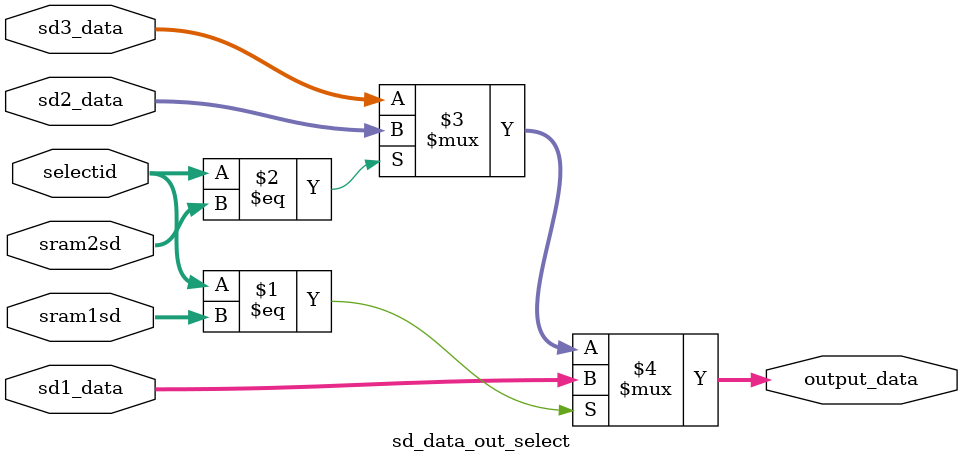
<source format=sv>

module sd_data_out_select(
	input wire [31:0] sd1_data,
	input wire [31:0] sd2_data,
	input wire [31:0] sd3_data,
	input wire [1:0] selectid,
	input wire [1:0] sram1sd, // data stored in sram that used to select
	input wire [1:0] sram2sd,
	output wire [31:0] output_data
);

assign output_data = (selectid == sram1sd) ? sd1_data : ((selectid == sram2sd) ? sd2_data : sd3_data);

endmodule

</source>
